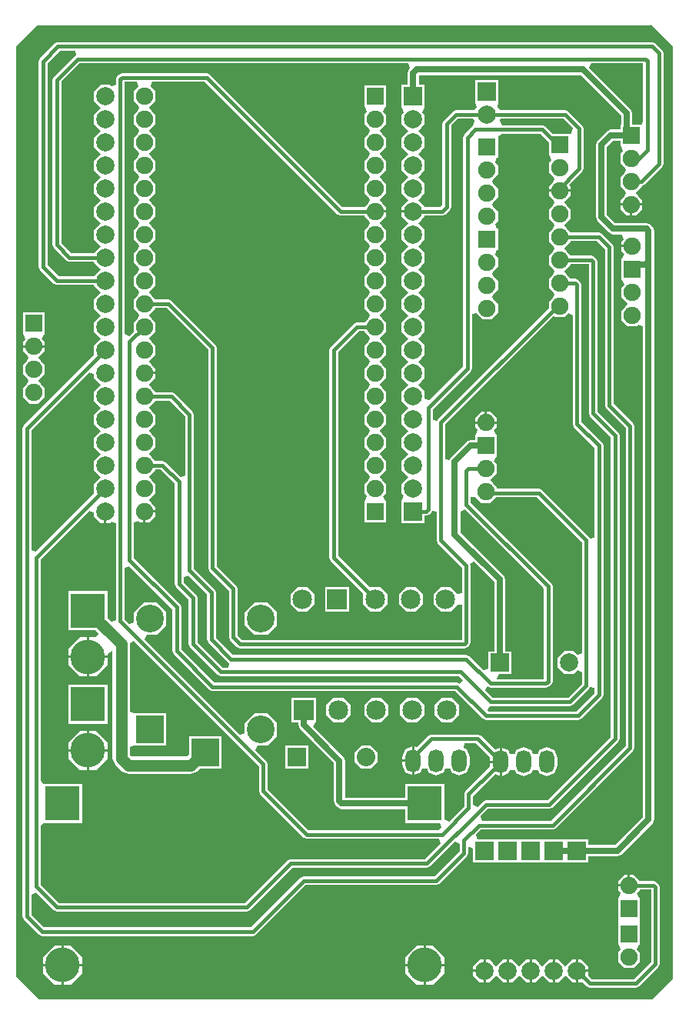
<source format=gtl>
G04*
G04 #@! TF.GenerationSoftware,Altium Limited,Altium Designer,21.3.2 (30)*
G04*
G04 Layer_Physical_Order=1*
G04 Layer_Color=255*
%FSTAX25Y25*%
%MOIN*%
G70*
G04*
G04 #@! TF.SameCoordinates,F71A3992-D9C6-49B2-A255-B3BA7863061E*
G04*
G04*
G04 #@! TF.FilePolarity,Positive*
G04*
G01*
G75*
%ADD33C,0.01500*%
%ADD34C,0.02500*%
%ADD35C,0.05000*%
%ADD36R,0.07500X0.07500*%
%ADD37C,0.07500*%
%ADD38C,0.15000*%
%ADD39R,0.15000X0.15000*%
%ADD40R,0.08000X0.08000*%
%ADD41C,0.08000*%
%ADD42C,0.12000*%
%ADD43R,0.12000X0.12000*%
%ADD44R,0.15000X0.15000*%
%ADD45R,0.08500X0.08500*%
%ADD46C,0.08500*%
%ADD47R,0.07500X0.07500*%
%ADD48C,0.07906*%
%ADD49R,0.07906X0.07906*%
%ADD50R,0.07906X0.07906*%
%ADD51O,0.06600X0.10000*%
G36*
X0287Y04155D02*
Y00115D01*
X0278Y00025D01*
X00125D01*
X00025Y00125D01*
Y04155D01*
X00115Y04245D01*
X0277D01*
X02775Y0425D01*
X0287Y04155D01*
D02*
G37*
%LPC*%
G36*
X0278Y0417394D02*
X00205D01*
X0019161Y0416839D01*
X0012661Y0410339D01*
X0012106Y0409D01*
Y032D01*
X0012661Y0318661D01*
X0018661Y0312661D01*
X002Y0312106D01*
X0036047D01*
Y0311948D01*
X0037601Y0310395D01*
X0038904Y0309D01*
X0037601Y0307605D01*
X0036047Y0306051D01*
Y0301948D01*
X0037601Y0300395D01*
X0038904Y0299D01*
X0037601Y0297605D01*
X0036047Y0296052D01*
Y0291949D01*
X0037601Y0290395D01*
X0038904Y0289D01*
X0037601Y0287605D01*
X0036047Y0286052D01*
Y0281948D01*
X0036158Y0281837D01*
X0005661Y0251339D01*
X0005106Y025D01*
Y00385D01*
X0005661Y0037161D01*
X0012229Y0030593D01*
X0013568Y0030038D01*
X0104932D01*
X0106271Y0030593D01*
X0127785Y0052106D01*
X01845D01*
X0185839Y0052661D01*
X0197839Y0064661D01*
X0198394Y0066D01*
Y0068767D01*
X0198547Y0068869D01*
X0200547Y00678D01*
Y0062047D01*
X0208547D01*
X0210453Y0062047D01*
X0212453Y0062047D01*
X0218547D01*
X0220453Y0062047D01*
X0222453Y0062047D01*
X0228547D01*
X0230453Y0062047D01*
X0232453Y0062047D01*
X0240453D01*
Y0062047D01*
X0240547D01*
Y0062047D01*
X0250453D01*
Y0064565D01*
X0263D01*
X0264722Y0065278D01*
X0278222Y0078778D01*
X0278935Y00805D01*
Y0322143D01*
Y0335621D01*
X0278222Y0337343D01*
X0277343Y0338222D01*
X0275621Y0338935D01*
X0262009D01*
X0258435Y0342509D01*
Y0371991D01*
X0261009Y0374565D01*
X026425D01*
Y037225D01*
X0264704D01*
X0265532Y037025D01*
X026425Y0368968D01*
Y0365033D01*
X0265972Y0363311D01*
X0266863Y0362D01*
X0265972Y0360689D01*
X026425Y0358967D01*
Y0355032D01*
X0265972Y0353311D01*
X0266863Y0352D01*
X0265972Y0350689D01*
X026425Y0348968D01*
Y03475D01*
X0269D01*
X027375D01*
Y0348968D01*
X0272028Y0350689D01*
X0271137Y0352D01*
X0272028Y0353311D01*
X027375Y0355032D01*
Y0355209D01*
X0274839Y0355661D01*
X0282339Y0363161D01*
X0282894Y03645D01*
Y04125D01*
X0282339Y0413839D01*
X0279339Y0416839D01*
X0278Y0417394D01*
D02*
G37*
G36*
X027375Y03465D02*
X02695D01*
Y034225D01*
X0270968D01*
X027375Y0345033D01*
Y03465D01*
D02*
G37*
G36*
X02685D02*
X026425D01*
Y0345033D01*
X0267033Y034225D01*
X02685D01*
Y03465D01*
D02*
G37*
G36*
X001475Y030025D02*
X000525D01*
Y029075D01*
X0005704D01*
X0006532Y028875D01*
X000525Y0287468D01*
Y0286D01*
X001D01*
X001475D01*
Y0287468D01*
X0013467Y028875D01*
X0014296Y029075D01*
X001475D01*
Y030025D01*
D02*
G37*
G36*
Y0285D02*
X001D01*
X000525D01*
Y0283533D01*
X0006972Y0281811D01*
X0007863Y02805D01*
X0006972Y0279189D01*
X000525Y0277467D01*
Y0273533D01*
X0006972Y0271811D01*
X0007863Y02705D01*
X0006972Y0269189D01*
X000525Y0267467D01*
Y0263532D01*
X0008032Y026075D01*
X0011968D01*
X001475Y0263532D01*
Y0267467D01*
X0013028Y0269189D01*
X0012137Y02705D01*
X0013028Y0271811D01*
X001475Y0273533D01*
Y0277467D01*
X0013028Y0279189D01*
X0012137Y02805D01*
X0013028Y0281811D01*
X001475Y0283533D01*
Y0285D01*
D02*
G37*
G36*
X02675Y005675D02*
X0266033D01*
X026325Y0053967D01*
Y00525D01*
X02675D01*
Y005675D01*
D02*
G37*
G36*
X0183021Y0026D02*
X018D01*
Y0018D01*
X0188D01*
Y0021021D01*
X0183021Y0026D01*
D02*
G37*
G36*
X0179D02*
X0175979D01*
X0171Y0021021D01*
Y0018D01*
X0179D01*
Y0026D01*
D02*
G37*
G36*
X0026021D02*
X0023D01*
Y0018D01*
X0031D01*
Y0021021D01*
X0026021Y0026D01*
D02*
G37*
G36*
X0022D02*
X0018979D01*
X0014Y0021021D01*
Y0018D01*
X0022D01*
Y0026D01*
D02*
G37*
G36*
X0225Y0019953D02*
X0223448D01*
X0221895Y0018399D01*
X02205Y0017096D01*
X0219105Y0018399D01*
X0217551Y0019953D01*
X0216D01*
Y0015D01*
Y0010047D01*
X0217551D01*
X0219105Y0011601D01*
X02205Y0012904D01*
X0221895Y0011601D01*
X0223448Y0010047D01*
X0225D01*
Y0015D01*
Y0019953D01*
D02*
G37*
G36*
X0215D02*
X0213449D01*
X0211895Y0018399D01*
X02105Y0017096D01*
X0209105Y0018399D01*
X0207552Y0019953D01*
X0206D01*
Y0015D01*
Y0010047D01*
X0207552D01*
X0209105Y0011601D01*
X02105Y0012904D01*
X0211895Y0011601D01*
X0213449Y0010047D01*
X0215D01*
Y0015D01*
Y0019953D01*
D02*
G37*
G36*
X0245D02*
X0243448D01*
X0241895Y0018399D01*
X02405Y0017096D01*
X0239105Y0018399D01*
X0237551Y0019953D01*
X0236D01*
Y0015D01*
Y0010047D01*
X0237551D01*
X0239105Y0011601D01*
X02405Y0012904D01*
X0241895Y0011601D01*
X0243448Y0010047D01*
X0245D01*
Y0015D01*
Y0019953D01*
D02*
G37*
G36*
X0235D02*
X0233449D01*
X0231895Y0018399D01*
X02305Y0017096D01*
X0229105Y0018399D01*
X0227552Y0019953D01*
X0226D01*
Y0015D01*
Y0010047D01*
X0227552D01*
X0229105Y0011601D01*
X02305Y0012904D01*
X0231895Y0011601D01*
X0233449Y0010047D01*
X0235D01*
Y0015D01*
Y0019953D01*
D02*
G37*
G36*
X0247551D02*
X0246D01*
Y00155D01*
X0250453D01*
Y0017052D01*
X0247551Y0019953D01*
D02*
G37*
G36*
X0205D02*
X0203449D01*
X0200547Y0017052D01*
Y00155D01*
X0205D01*
Y0019953D01*
D02*
G37*
G36*
X0269968Y005675D02*
X02685D01*
Y0052D01*
X0268D01*
Y00515D01*
X026325D01*
Y0050033D01*
X0264532Y004875D01*
X0263704Y004675D01*
X026325D01*
Y003775D01*
X026325Y003725D01*
Y003575D01*
X026325Y003525D01*
Y002625D01*
X0263704D01*
X0264532Y002425D01*
X026325Y0022967D01*
Y0019033D01*
X0266033Y001625D01*
X0269968D01*
X027275Y0019033D01*
Y0022967D01*
X0271467Y002425D01*
X0272296Y002625D01*
X027275D01*
Y003525D01*
X027275Y003575D01*
Y003725D01*
X027275Y003775D01*
Y004675D01*
X0272296D01*
X0271467Y004875D01*
X027275Y0050033D01*
Y0050106D01*
X0277606D01*
Y0018785D01*
X0270215Y0011394D01*
X0251785D01*
X0250342Y0012837D01*
X0250453Y0012948D01*
Y00145D01*
X0246D01*
Y0010047D01*
X0247551D01*
X0247663Y0010159D01*
X0249661Y0008161D01*
X0251Y0007606D01*
X0271D01*
X0272339Y0008161D01*
X0280839Y0016661D01*
X0281394Y0018D01*
Y0051121D01*
X0280839Y0052461D01*
X0279961Y0053339D01*
X0278621Y0053894D01*
X027275D01*
Y0053967D01*
X0269968Y005675D01*
D02*
G37*
G36*
X0205Y00145D02*
X0200547D01*
Y0012948D01*
X0203449Y0010047D01*
X0205D01*
Y00145D01*
D02*
G37*
G36*
X0188Y0017D02*
X018D01*
Y0009D01*
X0183021D01*
X0188Y0013979D01*
Y0017D01*
D02*
G37*
G36*
X0179D02*
X0171D01*
Y0013979D01*
X0175979Y0009D01*
X0179D01*
Y0017D01*
D02*
G37*
G36*
X0031D02*
X0023D01*
Y0009D01*
X0026021D01*
X0031Y0013979D01*
Y0017D01*
D02*
G37*
G36*
X0022D02*
X0014D01*
Y0013979D01*
X0018979Y0009D01*
X0022D01*
Y0017D01*
D02*
G37*
%LPD*%
G36*
X0274106Y0383603D02*
X027375Y038175D01*
X0272106Y038175D01*
X0269435D01*
Y03865D01*
X0268722Y0388222D01*
X0250838Y0406106D01*
X0251667Y0408106D01*
X0274106D01*
Y0383603D01*
D02*
G37*
G36*
X0243833Y0379988D02*
X0243165Y0377828D01*
X024275Y037775D01*
Y037775D01*
X0234929D01*
X0231839Y0380839D01*
X02305Y0381394D01*
X021303D01*
X0211994Y0383394D01*
X0212495Y0384106D01*
X0239715D01*
X0243833Y0379988D01*
D02*
G37*
G36*
X0264565Y0385491D02*
Y038175D01*
X026425D01*
Y0379435D01*
X026D01*
X0258278Y0378722D01*
X0254278Y0374722D01*
X0253565Y0373D01*
Y03415D01*
X0254278Y0339778D01*
X0259278Y0334778D01*
X0261Y0334065D01*
X0265019D01*
X0265847Y0332065D01*
X026475Y0330967D01*
Y03295D01*
X02695D01*
Y03285D01*
X026475D01*
Y0327032D01*
X0266033Y032575D01*
X0265204Y032375D01*
X026475D01*
Y031425D01*
X0265204D01*
X0266033Y031225D01*
X026475Y0310967D01*
Y0307032D01*
X0266472Y0305311D01*
X0267363Y0304D01*
X0266472Y0302689D01*
X026475Y0300968D01*
Y0297032D01*
X0267532Y029425D01*
X0271467D01*
X0272217Y0294999D01*
X0274065Y0294234D01*
Y0081509D01*
X0261991Y0069435D01*
X0250453D01*
Y0071953D01*
X0240547D01*
Y0071953D01*
X0240453D01*
Y0071953D01*
X0232453D01*
X0230547Y0071953D01*
X0228547Y0071953D01*
X0222453D01*
X0220547Y0071953D01*
X0218547Y0071953D01*
X0212453D01*
X0210547Y0071953D01*
X0208547Y0071953D01*
X020246D01*
X0201631Y0073953D01*
X0203785Y0076106D01*
X0235D01*
X0236339Y0076661D01*
X0269839Y0110161D01*
X0270394Y01115D01*
Y0251D01*
X0269839Y0252339D01*
X0261394Y0260785D01*
Y03285D01*
X0260839Y0329839D01*
X0256339Y0334339D01*
X0255Y0334894D01*
X024275D01*
Y0334967D01*
X0241028Y0336689D01*
X0240137Y0338D01*
X0241028Y0339311D01*
X024275Y0341033D01*
Y0344968D01*
X0241028Y0346689D01*
X0240137Y0348D01*
X0241028Y0349311D01*
X024275Y0351032D01*
Y03525D01*
X0238D01*
X023325D01*
Y0351032D01*
X0234972Y0349311D01*
X0235863Y0348D01*
X0234972Y0346689D01*
X023325Y0344968D01*
Y0341033D01*
X0234972Y0339311D01*
X0235863Y0338D01*
X0234972Y0336689D01*
X023325Y0334967D01*
Y0331032D01*
X0234972Y0329311D01*
X0235863Y0328D01*
X0234972Y0326689D01*
X023325Y0324968D01*
Y0321033D01*
X0234972Y0319311D01*
X0235863Y0318D01*
X0234972Y0316689D01*
X023325Y0314967D01*
Y0311033D01*
X0234972Y0309311D01*
X0235863Y0308D01*
X0234972Y0306689D01*
X023325Y0304967D01*
Y0301929D01*
X0185161Y0253839D01*
X0184894Y0253196D01*
X0182894Y0253594D01*
Y0258215D01*
X0199339Y0274661D01*
X0199894Y0276D01*
Y0299684D01*
X0201894Y0299888D01*
X0204533Y029725D01*
X0208468D01*
X021125Y0300032D01*
Y0303967D01*
X0209528Y0305689D01*
X0208637Y0307D01*
X0209528Y0308311D01*
X021125Y0310033D01*
Y0313967D01*
X0209528Y0315689D01*
X0208637Y0317D01*
X0209528Y0318311D01*
X021125Y0320033D01*
Y0323968D01*
X0209967Y032525D01*
X0210796Y032725D01*
X021125D01*
Y033675D01*
X0210796D01*
X0209967Y033875D01*
X021125Y0340033D01*
Y0343968D01*
X0209528Y0345689D01*
X0208637Y0347D01*
X0209528Y0348311D01*
X021125Y0350032D01*
Y0353967D01*
X0209528Y0355689D01*
X0208637Y0357D01*
X0209528Y0358311D01*
X021125Y0360033D01*
Y0363967D01*
X0209967Y036525D01*
X0210796Y036725D01*
X021125D01*
Y0375606D01*
X021125Y037675D01*
X0212895Y0377606D01*
X0229715D01*
X023325Y0374071D01*
Y036825D01*
X0233704D01*
X0234532Y036625D01*
X023325Y0364967D01*
Y0361033D01*
X0234972Y0359311D01*
X0235863Y0358D01*
X0234972Y0356689D01*
X023325Y0354967D01*
Y03535D01*
X0238D01*
X024275D01*
Y0354967D01*
X0242198Y0355519D01*
X0247839Y0361161D01*
X0248394Y03625D01*
Y038D01*
X0247839Y0381339D01*
X0241839Y0387339D01*
X02405Y0387894D01*
X0211917D01*
X0210964Y038918D01*
X0211453Y0391047D01*
X0211453D01*
Y0400953D01*
X0201547D01*
Y0391047D01*
X0201547D01*
X0202036Y038918D01*
X0201083Y0387894D01*
X0193D01*
X0191661Y0387339D01*
X0187661Y0383339D01*
X0187106Y0382D01*
Y0346785D01*
X0186215Y0345894D01*
X0179453D01*
Y0346052D01*
X0177899Y0347605D01*
X0176596Y0349D01*
X0177899Y0350395D01*
X0179453Y0351948D01*
Y0356051D01*
X0177899Y0357605D01*
X0176596Y0359D01*
X0177899Y0360395D01*
X0179453Y0361948D01*
Y0366052D01*
X0177899Y0367605D01*
X0176596Y0369D01*
X0177899Y0370395D01*
X0179453Y0371949D01*
Y0376051D01*
X0177899Y0377605D01*
X0176596Y0379D01*
X0177899Y0380395D01*
X0179453Y0381948D01*
Y0386052D01*
X0178457Y0387047D01*
X0179285Y0389047D01*
X0179453D01*
Y0398953D01*
X0176935D01*
Y0403027D01*
X0176973Y0403065D01*
X0246991D01*
X0264565Y0385491D01*
D02*
G37*
G36*
X0028304Y0411606D02*
X0027661Y0411339D01*
X0018661Y0402339D01*
X0018106Y0401D01*
Y03295D01*
X0018661Y0328161D01*
X0024161Y0322661D01*
X00255Y0322106D01*
X0036047D01*
Y0321949D01*
X0037601Y0320395D01*
X0038904Y0319D01*
X0037601Y0317605D01*
X0036047Y0316052D01*
Y0315894D01*
X0020785D01*
X0015894Y0320785D01*
Y0408215D01*
X0021285Y0413606D01*
X0027906D01*
X0028304Y0411606D01*
D02*
G37*
G36*
X0243606Y029906D02*
Y0252D01*
X0244161Y0250661D01*
X0253106Y0241715D01*
Y0202594D01*
X0251117Y020217D01*
X0250839Y0202839D01*
X0230339Y0223339D01*
X0229Y0223894D01*
X021075D01*
Y0224467D01*
X0209028Y0226189D01*
X0208137Y02275D01*
X0209028Y0228811D01*
X021075Y0230533D01*
Y0234468D01*
X0209468Y023575D01*
X0210296Y023775D01*
X021075D01*
Y024725D01*
X0210296D01*
X0209468Y024925D01*
X021075Y0250533D01*
Y0252D01*
X0206D01*
X020125D01*
Y0250533D01*
X0202533Y024925D01*
X0201704Y024725D01*
X020125D01*
Y0244935D01*
X01995D01*
X0197778Y0244222D01*
X0190778Y0237222D01*
X0190394Y0236296D01*
X0188394Y0236694D01*
Y0251715D01*
X0235481Y0298802D01*
X0236033Y029825D01*
X0239967D01*
X0241606Y0299888D01*
X0243606Y029906D01*
D02*
G37*
G36*
X0055388Y0398106D02*
X005325Y0395968D01*
Y0392033D01*
X0054972Y0390311D01*
X0055863Y0389D01*
X0054972Y0387689D01*
X005325Y0385967D01*
Y0382032D01*
X0054972Y0380311D01*
X0055863Y0379D01*
X0054972Y0377689D01*
X005325Y0375968D01*
Y0372032D01*
X0054972Y0370311D01*
X0055863Y0369D01*
X0054972Y0367689D01*
X005325Y0365967D01*
Y0362033D01*
X0054972Y0360311D01*
X0055863Y0359D01*
X0054972Y0357689D01*
X005325Y0355967D01*
Y0352032D01*
X0054972Y0350311D01*
X0055863Y0349D01*
X0054972Y0347689D01*
X005325Y0345968D01*
Y0342033D01*
X0054972Y0340311D01*
X0055863Y0339D01*
X0054972Y0337689D01*
X005325Y0335967D01*
Y0332032D01*
X0054972Y0330311D01*
X0055863Y0329D01*
X0054972Y0327689D01*
X005325Y0325968D01*
Y0322032D01*
X0054972Y0320311D01*
X0055863Y0319D01*
X0054972Y0317689D01*
X005325Y0315967D01*
Y0312033D01*
X0054972Y0310311D01*
X0055863Y0309D01*
X0054972Y0307689D01*
X005325Y0305967D01*
Y0302032D01*
X0054972Y0300311D01*
X0055863Y0299D01*
X0054972Y0297689D01*
X005325Y0295968D01*
Y0292033D01*
X0053302Y0291981D01*
X0051394Y0290073D01*
X0049394Y0290901D01*
Y0400106D01*
X005456D01*
X0055388Y0398106D01*
D02*
G37*
G36*
X0201083Y0383175D02*
X0200334Y0380911D01*
X0200161Y0380839D01*
X0196661Y0377339D01*
X0196106Y0376D01*
Y0276785D01*
X0181453Y0262132D01*
X0179453Y026296D01*
Y0266052D01*
X0177899Y0267605D01*
X0176596Y0269D01*
X0177899Y0270395D01*
X0179453Y0271949D01*
Y0276051D01*
X0177899Y0277605D01*
X0176596Y0279D01*
X0177899Y0280395D01*
X0179453Y0281948D01*
Y0286052D01*
X0177899Y0287605D01*
X0176596Y0289D01*
X0177899Y0290395D01*
X0179453Y0291949D01*
Y0296052D01*
X0177899Y0297605D01*
X0176596Y0299D01*
X0177899Y0300395D01*
X0179453Y0301948D01*
Y0306051D01*
X0177899Y0307605D01*
X0176596Y0309D01*
X0177899Y0310395D01*
X0179453Y0311948D01*
Y0316052D01*
X0177899Y0317605D01*
X0176596Y0319D01*
X0177899Y0320395D01*
X0179453Y0321949D01*
Y0326051D01*
X0177899Y0327605D01*
X0176596Y0329D01*
X0177899Y0330395D01*
X0179453Y0331948D01*
Y0336052D01*
X0177899Y0337605D01*
X0176596Y0339D01*
X0177899Y0340395D01*
X0179453Y0341949D01*
Y0342106D01*
X0187D01*
X0188339Y0342661D01*
X0190339Y0344661D01*
X0190894Y0346D01*
Y0381215D01*
X0193785Y0384106D01*
X0200451D01*
X0201083Y0383175D01*
D02*
G37*
G36*
X0075606Y0255215D02*
Y0229701D01*
X0073606Y0228873D01*
X0067139Y0235339D01*
X00658Y0235894D01*
X006275D01*
Y0235967D01*
X0061028Y0237689D01*
X0060137Y0239D01*
X0061028Y0240311D01*
X006275Y0242033D01*
Y0245968D01*
X0061028Y0247689D01*
X0060137Y0249D01*
X0061028Y0250311D01*
X006275Y0252032D01*
Y0255967D01*
X0061028Y0257689D01*
X0060137Y0259D01*
X0061028Y0260311D01*
X0062602Y0261885D01*
X0068936D01*
X0075606Y0255215D01*
D02*
G37*
G36*
X0173126Y0406106D02*
X0172778Y0405758D01*
X0172065Y0404036D01*
Y0398953D01*
X0169547D01*
Y0389047D01*
X0169715D01*
X0170543Y0387047D01*
X0169547Y0386052D01*
Y0381948D01*
X0171101Y0380395D01*
X0172404Y0379D01*
X0171101Y0377605D01*
X0169547Y0376051D01*
Y0371949D01*
X0171101Y0370395D01*
X0172404Y0369D01*
X0171101Y0367605D01*
X0169547Y0366052D01*
Y0361948D01*
X0171101Y0360395D01*
X0172404Y0359D01*
X0171101Y0357605D01*
X0169547Y0356051D01*
Y0351948D01*
X0171101Y0350395D01*
X0172404Y0349D01*
X0171101Y0347605D01*
X0169547Y0346052D01*
Y03445D01*
X01745D01*
Y03435D01*
X0169547D01*
Y0341949D01*
X0171101Y0340395D01*
X0172404Y0339D01*
X0171101Y0337605D01*
X0169547Y0336052D01*
Y0331948D01*
X0171101Y0330395D01*
X0172404Y0329D01*
X0171101Y0327605D01*
X0169547Y0326051D01*
Y0321949D01*
X0171101Y0320395D01*
X0172404Y0319D01*
X0171101Y0317605D01*
X0169547Y0316052D01*
Y0311948D01*
X0171101Y0310395D01*
X0172404Y0309D01*
X0171101Y0307605D01*
X0169547Y0306051D01*
Y0301948D01*
X0171101Y0300395D01*
X0172404Y0299D01*
X0171101Y0297605D01*
X0169547Y0296052D01*
Y0291949D01*
X0171101Y0290395D01*
X0172404Y0289D01*
X0171101Y0287605D01*
X0169547Y0286052D01*
Y0281948D01*
X0171101Y0280395D01*
X0172404Y0279D01*
X0171101Y0277605D01*
X0169547Y0276051D01*
Y0271949D01*
X0171101Y0270395D01*
X0172404Y0269D01*
X0171101Y0267605D01*
X0169547Y0266052D01*
Y0261948D01*
X0171101Y0260395D01*
X0172404Y0259D01*
X0171101Y0257605D01*
X0169547Y0256051D01*
Y0251948D01*
X0171101Y0250395D01*
X0172404Y0249D01*
X0171101Y0247605D01*
X0169547Y0246052D01*
Y0241949D01*
X0171101Y0240395D01*
X0172404Y0239D01*
X0171101Y0237605D01*
X0169547Y0236052D01*
Y0231948D01*
X0171101Y0230395D01*
X0172404Y0229D01*
X0171101Y0227605D01*
X0169547Y0226051D01*
Y0221949D01*
X0170543Y0220953D01*
X0169715Y0218953D01*
X0169547D01*
Y0209047D01*
X0179453D01*
Y0212106D01*
X0180121D01*
X0181461Y0212661D01*
X0182339Y0213539D01*
X0182606Y0214182D01*
X0184606Y0213785D01*
Y02015D01*
X0185161Y0200161D01*
X0195606Y0189715D01*
Y0178523D01*
X0193606Y0178319D01*
X0190675Y018125D01*
X0186325D01*
X018325Y0178175D01*
Y0173825D01*
X0186325Y017075D01*
X0190675D01*
X0193606Y0173681D01*
X0195606Y0173477D01*
Y0158394D01*
X0100285D01*
X0098394Y0160285D01*
Y01805D01*
X0097839Y0181839D01*
X0089394Y0190285D01*
Y0285D01*
X0088839Y0286339D01*
X0069839Y0305339D01*
X00685Y0305894D01*
X006275D01*
Y0305967D01*
X0061028Y0307689D01*
X0060137Y0309D01*
X0061028Y0310311D01*
X006275Y0312033D01*
Y0315967D01*
X0061028Y0317689D01*
X0060137Y0319D01*
X0061028Y0320311D01*
X006275Y0322032D01*
Y0325968D01*
X0061028Y0327689D01*
X0060137Y0329D01*
X0061028Y0330311D01*
X006275Y0332032D01*
Y0335967D01*
X0061028Y0337689D01*
X0060137Y0339D01*
X0061028Y0340311D01*
X006275Y0342033D01*
Y0345968D01*
X0061028Y0347689D01*
X0060137Y0349D01*
X0061028Y0350311D01*
X006275Y0352032D01*
Y0355967D01*
X0061028Y0357689D01*
X0060137Y0359D01*
X0061028Y0360311D01*
X006275Y0362033D01*
Y0365967D01*
X0061028Y0367689D01*
X0060137Y0369D01*
X0061028Y0370311D01*
X006275Y0372032D01*
Y0375968D01*
X0061028Y0377689D01*
X0060137Y0379D01*
X0061028Y0380311D01*
X006275Y0382032D01*
Y0385967D01*
X0061028Y0387689D01*
X0060137Y0389D01*
X0061028Y0390311D01*
X006275Y0392033D01*
Y0395968D01*
X0060612Y0398106D01*
X006144Y0400106D01*
X0084215D01*
X0141661Y0342661D01*
X0143Y0342106D01*
X015325D01*
Y0342033D01*
X0154972Y0340311D01*
X0155863Y0339D01*
X0154972Y0337689D01*
X015325Y0335967D01*
Y0332032D01*
X0154972Y0330311D01*
X0155863Y0329D01*
X0154972Y0327689D01*
X015325Y0325968D01*
Y0322032D01*
X0154972Y0320311D01*
X0155863Y0319D01*
X0154972Y0317689D01*
X015325Y0315967D01*
Y0312033D01*
X0154972Y0310311D01*
X0155863Y0309D01*
X0154972Y0307689D01*
X015325Y0305967D01*
Y0302032D01*
X0154972Y0300311D01*
X0155863Y0299D01*
X0154972Y0297689D01*
X015325Y0295968D01*
Y0295894D01*
X01502D01*
X0148861Y0295339D01*
X0138661Y0285139D01*
X0138106Y02838D01*
Y0194D01*
X0138661Y0192661D01*
X0152948Y0178373D01*
X015275Y0178175D01*
Y0173825D01*
X0155825Y017075D01*
X0160175D01*
X016325Y0173825D01*
Y0178175D01*
X0160175Y018125D01*
X0155825D01*
X0155627Y0181052D01*
X0141894Y0194785D01*
Y0283015D01*
X0150985Y0292106D01*
X015325D01*
Y0292033D01*
X0154972Y0290311D01*
X0155863Y0289D01*
X0154972Y0287689D01*
X015325Y0285967D01*
Y0282032D01*
X0154972Y0280311D01*
X0155863Y0279D01*
X0154972Y0277689D01*
X015325Y0275968D01*
Y0272032D01*
X0154972Y0270311D01*
X0155863Y0269D01*
X0154972Y0267689D01*
X015325Y0265967D01*
Y0262033D01*
X0154972Y0260311D01*
X0155863Y0259D01*
X0154972Y0257689D01*
X015325Y0255967D01*
Y0252032D01*
X0154972Y0250311D01*
X0155863Y0249D01*
X0154972Y0247689D01*
X015325Y0245968D01*
Y0242033D01*
X0154972Y0240311D01*
X0155863Y0239D01*
X0154972Y0237689D01*
X015325Y0235967D01*
Y0232032D01*
X0154972Y0230311D01*
X0155863Y0229D01*
X0154972Y0227689D01*
X015325Y0225968D01*
Y0222032D01*
X0154533Y022075D01*
X0153704Y021875D01*
X015325D01*
Y020925D01*
X016275D01*
Y021875D01*
X0162296D01*
X0161468Y022075D01*
X016275Y0222032D01*
Y0225968D01*
X0161028Y0227689D01*
X0160137Y0229D01*
X0161028Y0230311D01*
X016275Y0232032D01*
Y0235967D01*
X0161028Y0237689D01*
X0160137Y0239D01*
X0161028Y0240311D01*
X016275Y0242033D01*
Y0245968D01*
X0161028Y0247689D01*
X0160137Y0249D01*
X0161028Y0250311D01*
X016275Y0252032D01*
Y0255967D01*
X0161028Y0257689D01*
X0160137Y0259D01*
X0161028Y0260311D01*
X016275Y0262033D01*
Y0265967D01*
X0161028Y0267689D01*
X0160137Y0269D01*
X0161028Y0270311D01*
X016275Y0272032D01*
Y0275968D01*
X0161028Y0277689D01*
X0160137Y0279D01*
X0161028Y0280311D01*
X016275Y0282032D01*
Y0285967D01*
X0161028Y0287689D01*
X0160137Y0289D01*
X0161028Y0290311D01*
X016275Y0292033D01*
Y0295968D01*
X0161028Y0297689D01*
X0160137Y0299D01*
X0161028Y0300311D01*
X016275Y0302032D01*
Y0305967D01*
X0161028Y0307689D01*
X0160137Y0309D01*
X0161028Y0310311D01*
X016275Y0312033D01*
Y0315967D01*
X0161028Y0317689D01*
X0160137Y0319D01*
X0161028Y0320311D01*
X016275Y0322032D01*
Y0325968D01*
X0161028Y0327689D01*
X0160137Y0329D01*
X0161028Y0330311D01*
X016275Y0332032D01*
Y0335967D01*
X0161028Y0337689D01*
X0160137Y0339D01*
X0161028Y0340311D01*
X016275Y0342033D01*
Y03435D01*
X0158D01*
Y03445D01*
X016275D01*
Y0345968D01*
X0161028Y0347689D01*
X0160137Y0349D01*
X0161028Y0350311D01*
X016275Y0352032D01*
Y0355967D01*
X0161028Y0357689D01*
X0160137Y0359D01*
X0161028Y0360311D01*
X016275Y0362033D01*
Y0365967D01*
X0161028Y0367689D01*
X0160137Y0369D01*
X0161028Y0370311D01*
X016275Y0372032D01*
Y0375968D01*
X0161028Y0377689D01*
X0160137Y0379D01*
X0161028Y0380311D01*
X016275Y0382032D01*
Y0385967D01*
X0161468Y038725D01*
X0162296Y038925D01*
X016275D01*
Y039875D01*
X015325D01*
Y038925D01*
X0153704D01*
X0154533Y038725D01*
X015325Y0385967D01*
Y0382032D01*
X0154972Y0380311D01*
X0155863Y0379D01*
X0154972Y0377689D01*
X015325Y0375968D01*
Y0372032D01*
X0154972Y0370311D01*
X0155863Y0369D01*
X0154972Y0367689D01*
X015325Y0365967D01*
Y0362033D01*
X0154972Y0360311D01*
X0155863Y0359D01*
X0154972Y0357689D01*
X015325Y0355967D01*
Y0352032D01*
X0154972Y0350311D01*
X0155863Y0349D01*
X0154972Y0347689D01*
X015325Y0345968D01*
Y0345894D01*
X0143785D01*
X0086339Y0403339D01*
X0085Y0403894D01*
X0048379D01*
X0047039Y0403339D01*
X0046161Y0402461D01*
X0045606Y0401121D01*
Y0399012D01*
X0043758Y0398246D01*
X0043051Y0398953D01*
X0038949D01*
X0036047Y0396052D01*
Y0391949D01*
X0037601Y0390395D01*
X0038904Y0389D01*
X0037601Y0387605D01*
X0036047Y0386052D01*
Y0381948D01*
X0037601Y0380395D01*
X0038904Y0379D01*
X0037601Y0377605D01*
X0036047Y0376051D01*
Y0371949D01*
X0037601Y0370395D01*
X0038904Y0369D01*
X0037601Y0367605D01*
X0036047Y0366052D01*
Y0361948D01*
X0037601Y0360395D01*
X0038904Y0359D01*
X0037601Y0357605D01*
X0036047Y0356051D01*
Y0351948D01*
X0037601Y0350395D01*
X0038904Y0349D01*
X0037601Y0347605D01*
X0036047Y0346052D01*
Y0341949D01*
X0037601Y0340395D01*
X0038904Y0339D01*
X0037601Y0337605D01*
X0036047Y0336052D01*
Y0331948D01*
X0037601Y0330395D01*
X0038904Y0329D01*
X0037601Y0327605D01*
X0036047Y0326051D01*
Y0325894D01*
X0026285D01*
X0021894Y0330285D01*
Y0400215D01*
X0029785Y0408106D01*
X0172298D01*
X0173126Y0406106D01*
D02*
G37*
G36*
X0071106Y0226015D02*
Y01825D01*
X0071661Y0181161D01*
X0077106Y0175715D01*
Y01565D01*
X0077661Y0155161D01*
X0089661Y0143161D01*
X0091Y0142606D01*
X0194215D01*
X0195936Y0140885D01*
X0194839Y0139339D01*
X01935Y0139894D01*
X0088285D01*
X0073894Y0154285D01*
Y01725D01*
X0073339Y0173839D01*
X0053394Y0193785D01*
Y0209275D01*
X0055242Y021004D01*
X0056033Y020925D01*
X00575D01*
Y0214D01*
X0058D01*
Y02145D01*
X006275D01*
Y0215967D01*
X0061028Y0217689D01*
X0060137Y0219D01*
X0061028Y0220311D01*
X006275Y0222032D01*
Y0225968D01*
X0061028Y0227689D01*
X0060137Y0229D01*
X0061028Y0230311D01*
X006275Y0232032D01*
Y0232106D01*
X0065015D01*
X0071106Y0226015D01*
D02*
G37*
G36*
X0036047Y027354D02*
Y0271949D01*
X0037601Y0270395D01*
X0038904Y0269D01*
X0037601Y0267605D01*
X0036047Y0266052D01*
Y0261948D01*
X0037601Y0260395D01*
X0038904Y0259D01*
X0037601Y0257605D01*
X0036047Y0256051D01*
Y0251948D01*
X0037601Y0250395D01*
X0038904Y0249D01*
X0037601Y0247605D01*
X0036047Y0246052D01*
Y0241949D01*
X0037601Y0240395D01*
X0038904Y0239D01*
X0037601Y0237605D01*
X0036047Y0236052D01*
Y0231948D01*
X0037601Y0230395D01*
X0038904Y0229D01*
X0037601Y0227605D01*
X0036047Y0226051D01*
Y0221949D01*
X0036158Y0221837D01*
X0010894Y0196573D01*
X0008894Y0197401D01*
Y0249215D01*
X0034047Y0274369D01*
X0036047Y027354D01*
D02*
G37*
G36*
Y021354D02*
Y0211948D01*
X0038949Y0209047D01*
X00405D01*
Y0214D01*
X00415D01*
Y0209047D01*
X0043051D01*
X0043758Y0209754D01*
X0045606Y0208988D01*
Y016708D01*
X0043866Y0166123D01*
X0043758Y01661D01*
X0042Y0167858D01*
Y01795D01*
X0025D01*
Y01625D01*
X0036642D01*
X0038082Y016106D01*
X0036814Y01595D01*
X0034D01*
Y01515D01*
X0042D01*
Y0152372D01*
X0044Y0153635D01*
X0044212Y0153534D01*
Y0106929D01*
X0045321Y010425D01*
X004825Y0101321D01*
X0050929Y0100212D01*
X0078071D01*
X008075Y0101321D01*
X0081929Y01025D01*
X00915D01*
Y01165D01*
X00775D01*
Y0108786D01*
X0076502Y0107788D01*
X0052498D01*
X0051788Y0108498D01*
Y0111804D01*
X00535Y01125D01*
X0053788Y01125D01*
X00675D01*
Y01265D01*
X0053788D01*
X00535Y01265D01*
X0051788Y0127196D01*
Y01565D01*
X0051644Y0156849D01*
X0053339Y0157982D01*
X0107606Y0103715D01*
Y0092879D01*
X0108161Y0091539D01*
X0127039Y0072661D01*
X0128379Y0072106D01*
X0185599D01*
X0186427Y0070106D01*
X0179715Y0063394D01*
X01215D01*
X0120161Y0062839D01*
X0101715Y0044394D01*
X0020785D01*
X0012894Y0052285D01*
Y0077458D01*
X0014Y0079D01*
X0014894Y0079D01*
X0031D01*
Y0096D01*
X0014894D01*
X0014Y0096D01*
X0012894Y0097542D01*
Y0193215D01*
X0034047Y0214369D01*
X0036047Y021354D01*
D02*
G37*
G36*
X0204032Y021775D02*
X0207967D01*
X0210323Y0220106D01*
X0228215D01*
X0247606Y0200715D01*
Y0152727D01*
X0245606Y0151898D01*
X0244052Y0153453D01*
X0239949D01*
X0237047Y0150551D01*
Y0146449D01*
X0239949Y0143547D01*
X0244052D01*
X0245606Y0145102D01*
X0247606Y0144273D01*
Y0139391D01*
X0241609Y0133394D01*
X0208785D01*
X0205564Y0136615D01*
X0206661Y0138161D01*
X0208Y0137606D01*
X0232121D01*
X0233461Y0138161D01*
X0234339Y0139039D01*
X0234894Y0140379D01*
Y01815D01*
X0234339Y0182839D01*
X0199394Y0217785D01*
Y0220184D01*
X0201394Y0220388D01*
X0204032Y021775D01*
D02*
G37*
G36*
X0085106Y0178215D02*
Y01585D01*
X0085661Y0157161D01*
X0094161Y0148661D01*
X0094804Y0148394D01*
X0094406Y0146394D01*
X0091785D01*
X0080894Y0157285D01*
Y01765D01*
X0080339Y0177839D01*
X0074894Y0183285D01*
Y0185599D01*
X0076894Y0186427D01*
X0085106Y0178215D01*
D02*
G37*
G36*
X0085606Y0284215D02*
Y01895D01*
X0086161Y0188161D01*
X0094606Y0179715D01*
Y01595D01*
X0095161Y0158161D01*
X0098161Y0155161D01*
X00995Y0154606D01*
X0196621D01*
X0197961Y0155161D01*
X0198839Y0156039D01*
X0199394Y0157379D01*
Y01905D01*
X0199117Y019117D01*
X0200854Y0192202D01*
X0209565Y0183491D01*
Y0153403D01*
X0207047D01*
Y014596D01*
X0205047Y0145132D01*
X0198839Y0151339D01*
X01975Y0151894D01*
X0096285D01*
X0088894Y0159285D01*
Y0179D01*
X0088339Y0180339D01*
X0079394Y0189285D01*
Y0256D01*
X0078839Y0257339D01*
X007106Y0265119D01*
X0069721Y0265673D01*
X006275D01*
Y0265967D01*
X0061028Y0267689D01*
X0060137Y0269D01*
X0061028Y0270311D01*
X006275Y0272032D01*
Y02735D01*
X0058D01*
Y02745D01*
X006275D01*
Y0275968D01*
X0061028Y0277689D01*
X0060137Y0279D01*
X0061028Y0280311D01*
X006275Y0282032D01*
Y0285967D01*
X0061028Y0287689D01*
X0060137Y0289D01*
X0061028Y0290311D01*
X006275Y0292033D01*
Y0295968D01*
X0061028Y0297689D01*
X0060137Y0299D01*
X0061028Y0300311D01*
X006275Y0302032D01*
Y0302106D01*
X0067715D01*
X0085606Y0284215D01*
D02*
G37*
G36*
X0231106Y0180715D02*
Y0141394D01*
X0210804D01*
X0210735Y0141497D01*
X0211804Y0143497D01*
X0216953D01*
Y0153403D01*
X0214435D01*
Y01845D01*
X0213722Y0186222D01*
X0194935Y0205009D01*
Y0214057D01*
X0196935Y0214886D01*
X0231106Y0180715D01*
D02*
G37*
G36*
X0253106Y0137513D02*
Y0135285D01*
X0245215Y0127394D01*
X0207094D01*
X0206608Y0128018D01*
X020786Y0129664D01*
X0208Y0129606D01*
X0242393D01*
X0243733Y0130161D01*
X0250839Y0137267D01*
X0251106Y013791D01*
X0253106Y0137513D01*
D02*
G37*
G36*
X0250606Y0256466D02*
X0251161Y0255127D01*
X0260106Y0246181D01*
Y0116285D01*
X0232715Y0088894D01*
X0206D01*
X0204661Y0088339D01*
X0202369Y0086048D01*
X0200369Y0086877D01*
Y0090691D01*
X0209901Y0100222D01*
X0212Y0099353D01*
Y0105D01*
X0207846D01*
Y01038D01*
X0207915Y0103634D01*
X0207886Y0103565D01*
X0197136Y0092815D01*
X0196581Y0091475D01*
Y008626D01*
X019Y0079679D01*
X0188Y0080507D01*
Y0096D01*
X0171D01*
Y0089935D01*
X0144935D01*
Y0106D01*
X0144222Y0107722D01*
X0131194Y012075D01*
X0132023Y012275D01*
X013225D01*
Y013325D01*
X012175D01*
Y012275D01*
X0124565D01*
Y01215D01*
X0125278Y0119778D01*
X0140065Y0104991D01*
Y00885D01*
X0140778Y0086778D01*
X0141778Y0085778D01*
X01435Y0085065D01*
X0171D01*
Y0079D01*
X0185952D01*
X0186782Y007712D01*
X0185814Y0075894D01*
X0129163D01*
X0111394Y0093663D01*
Y01045D01*
X0110839Y0105839D01*
X0106179Y01105D01*
X0107007Y01125D01*
X0111399D01*
X01155Y0116601D01*
Y0122399D01*
X0111399Y01265D01*
X0105601D01*
X01015Y0122399D01*
Y0118007D01*
X00995Y0117179D01*
X0058179Y01585D01*
X0059007Y01605D01*
X0063399D01*
X00675Y0164601D01*
Y0170399D01*
X0063399Y01745D01*
X00576D01*
X00535Y0170399D01*
Y0166007D01*
X00515Y0165179D01*
X0049394Y0167285D01*
Y0189599D01*
X0051394Y0190427D01*
X0070106Y0171715D01*
Y01535D01*
X0070661Y0152161D01*
X0086161Y0136661D01*
X00875Y0136106D01*
X0192715D01*
X0204661Y0124161D01*
X0206Y0123606D01*
X0246D01*
X0247339Y0124161D01*
X0256339Y0133161D01*
X0256894Y01345D01*
Y02425D01*
X0256339Y0243839D01*
X0247394Y0252785D01*
Y0312121D01*
X0246839Y0313461D01*
X0245961Y0314339D01*
X0244621Y0314894D01*
X024275D01*
Y0314967D01*
X0241028Y0316689D01*
X0240137Y0318D01*
X0241028Y0319311D01*
X024275Y0321033D01*
Y0321106D01*
X0250606D01*
Y0256466D01*
D02*
G37*
G36*
X0257606Y0327715D02*
Y026D01*
X0258161Y0258661D01*
X0266606Y0250215D01*
Y0112285D01*
X0234215Y0079894D01*
X0204401D01*
X0203573Y0081894D01*
X0206785Y0085106D01*
X02335D01*
X0234839Y0085661D01*
X0263339Y0114161D01*
X0263894Y01155D01*
Y0246966D01*
X0263339Y0248305D01*
X0254394Y0257251D01*
Y0322121D01*
X0253839Y0323461D01*
X0252961Y0324339D01*
X0251621Y0324894D01*
X024275D01*
Y0324968D01*
X0241028Y0326689D01*
X0240137Y0328D01*
X0241028Y0329311D01*
X024275Y0331032D01*
Y0331106D01*
X0254215D01*
X0257606Y0327715D01*
D02*
G37*
G36*
X0194606Y0070099D02*
Y0066785D01*
X0183715Y0055894D01*
X0127D01*
X0125661Y0055339D01*
X0104147Y0033826D01*
X0014353D01*
X0008894Y0039285D01*
Y0048099D01*
X0010894Y0048927D01*
X0018661Y0041161D01*
X002Y0040606D01*
X01025D01*
X0103839Y0041161D01*
X0122285Y0059606D01*
X01805D01*
X0181839Y0060161D01*
X0192606Y0070927D01*
X0194606Y0070099D01*
D02*
G37*
%LPC*%
G36*
X0207967Y025725D02*
X02065D01*
Y0253D01*
X021075D01*
Y0254468D01*
X0207967Y025725D01*
D02*
G37*
G36*
X02055D02*
X0204032D01*
X020125Y0254468D01*
Y0253D01*
X02055D01*
Y025725D01*
D02*
G37*
G36*
X0175675Y018125D02*
X0171325D01*
X016825Y0178175D01*
Y0173825D01*
X0171325Y017075D01*
X0175675D01*
X017875Y0173825D01*
Y0178175D01*
X0175675Y018125D01*
D02*
G37*
G36*
X014675D02*
X013625D01*
Y017075D01*
X014675D01*
Y018125D01*
D02*
G37*
G36*
X0128675D02*
X0124325D01*
X012125Y0178175D01*
Y0173825D01*
X0124325Y017075D01*
X0128675D01*
X013175Y0173825D01*
Y0178175D01*
X0128675Y018125D01*
D02*
G37*
G36*
X0111399Y01745D02*
X0105601D01*
X01015Y0170399D01*
Y0164601D01*
X0105601Y01605D01*
X0111399D01*
X01155Y0164601D01*
Y0170399D01*
X0111399Y01745D01*
D02*
G37*
G36*
X006275Y02135D02*
X00585D01*
Y020925D01*
X0059967D01*
X006275Y0212033D01*
Y02135D01*
D02*
G37*
G36*
X0033Y01595D02*
X0029979D01*
X0025Y0154521D01*
Y01515D01*
X0033D01*
Y01595D01*
D02*
G37*
G36*
X0042Y01505D02*
X0034D01*
Y01425D01*
X0037021D01*
X0042Y0147479D01*
Y01505D01*
D02*
G37*
G36*
X0033D02*
X0025D01*
Y0147479D01*
X0029979Y01425D01*
X0033D01*
Y01505D01*
D02*
G37*
G36*
X0042Y0139D02*
X0025D01*
Y0122D01*
X0042D01*
Y0139D01*
D02*
G37*
G36*
X0037021Y0119D02*
X0034D01*
Y0111D01*
X0042D01*
Y0114021D01*
X0037021Y0119D01*
D02*
G37*
G36*
X0033D02*
X0029979D01*
X0025Y0114021D01*
Y0111D01*
X0033D01*
Y0119D01*
D02*
G37*
G36*
X0042Y011D02*
X0034D01*
Y0102D01*
X0037021D01*
X0042Y0106979D01*
Y011D01*
D02*
G37*
G36*
X0033D02*
X0025D01*
Y0106979D01*
X0029979Y0102D01*
X0033D01*
Y011D01*
D02*
G37*
G36*
X0191175Y013325D02*
X0186825D01*
X018375Y0130175D01*
Y0125825D01*
X0186825Y012275D01*
X0191175D01*
X019425Y0125825D01*
Y0130175D01*
X0191175Y013325D01*
D02*
G37*
G36*
X0176175D02*
X0171825D01*
X016875Y0130175D01*
Y0125825D01*
X0171825Y012275D01*
X0176175D01*
X017925Y0125825D01*
Y0130175D01*
X0176175Y013325D01*
D02*
G37*
G36*
X0160675D02*
X0156325D01*
X015325Y0130175D01*
Y0125825D01*
X0156325Y012275D01*
X0160675D01*
X016375Y0125825D01*
Y0130175D01*
X0160675Y013325D01*
D02*
G37*
G36*
X0144175D02*
X0139825D01*
X013675Y0130175D01*
Y0125825D01*
X0139825Y012275D01*
X0144175D01*
X014725Y0125825D01*
Y0130175D01*
X0144175Y013325D01*
D02*
G37*
G36*
X02325Y0111854D02*
X0229209Y0110491D01*
X0228582Y0108978D01*
X0226418D01*
X0225791Y0110491D01*
X02225Y0111854D01*
X0219209Y0110491D01*
X0218582Y0108978D01*
X0216418D01*
X0215791Y0110491D01*
X0213Y0111647D01*
Y01055D01*
Y0099353D01*
X0215791Y0100509D01*
X0216418Y0102022D01*
X0218582D01*
X0219209Y0100509D01*
X02225Y0099146D01*
X0225791Y0100509D01*
X0226418Y0102022D01*
X0228582D01*
X0229209Y0100509D01*
X02325Y0099146D01*
X0235791Y0100509D01*
X0237154Y01038D01*
Y01072D01*
X0235791Y0110491D01*
X02325Y0111854D01*
D02*
G37*
G36*
X0174Y0112147D02*
X0171209Y0110991D01*
X0169846Y01077D01*
Y01065D01*
X0174D01*
Y0112147D01*
D02*
G37*
G36*
X02025Y0117394D02*
X01823D01*
X0180961Y0116839D01*
X0175897Y0111776D01*
X0175Y0112147D01*
Y0106D01*
Y0099853D01*
X0177791Y0101009D01*
X0178418Y0102522D01*
X0180582D01*
X0181209Y0101009D01*
X01845Y0099646D01*
X0187791Y0101009D01*
X0188418Y0102522D01*
X0190582D01*
X0191209Y0101009D01*
X01945Y0099646D01*
X0197791Y0101009D01*
X0199154Y01043D01*
Y01077D01*
X0197791Y0110991D01*
X0196307Y0111606D01*
X0196705Y0113606D01*
X0201715D01*
X0207926Y0107395D01*
X0207846Y01072D01*
Y0106D01*
X0212D01*
Y0111647D01*
X0209901Y0110778D01*
X0203839Y0116839D01*
X02025Y0117394D01*
D02*
G37*
G36*
X0156071Y01125D02*
X0151929D01*
X0149Y0109571D01*
Y0105429D01*
X0151929Y01025D01*
X0156071D01*
X0159Y0105429D01*
Y0109571D01*
X0156071Y01125D01*
D02*
G37*
G36*
X0129D02*
X0119D01*
Y01025D01*
X0129D01*
Y01125D01*
D02*
G37*
G36*
X0174Y01055D02*
X0169846D01*
Y01043D01*
X0171209Y0101009D01*
X0174Y0099853D01*
Y01055D01*
D02*
G37*
%LPD*%
D33*
X0048379Y0402D02*
X0085D01*
X00475Y01665D02*
X01095Y01045D01*
X00475Y01665D02*
Y0401121D01*
X0048379Y0402D01*
X0143Y0344D02*
X0158D01*
X0085Y0402D02*
X0143Y0344D01*
X0238Y0323D02*
X0251621D01*
X0237D02*
X0238D01*
X0206Y0222D02*
X0229D01*
X0058Y0263779D02*
X0069721D01*
X0237Y0353D02*
X02465Y03625D01*
X00515Y0193D02*
Y02875D01*
X0058Y0294D01*
X00685Y0304D02*
X00875Y0285D01*
X0058Y0304D02*
X00685D01*
X01502Y0294D02*
X0158D01*
X02795Y0018D02*
Y0051121D01*
X0278621Y0052D02*
X02795Y0051121D01*
X0081659Y01095D02*
X00845D01*
X0072Y01535D02*
X00875Y0138D01*
X0079Y01565D02*
X0091Y01445D01*
X0195D01*
X00955Y015D02*
X01975D01*
X00875Y0138D02*
X01935D01*
X01975Y0217D02*
X0233Y01815D01*
X02455Y0252D02*
X0255Y02425D01*
X02525Y0256466D02*
X0262Y0246966D01*
X02595Y026D02*
X02685Y0251D01*
Y01115D02*
Y0251D01*
X0198475Y0085475D02*
Y0091475D01*
X0209226Y0102226D01*
X0127Y0054D02*
X01845D01*
X01965Y0066D01*
Y00715D01*
X0128379Y0074D02*
X0187D01*
X01805Y00615D02*
X0206Y0087D01*
X01965Y00715D02*
X0203Y0078D01*
X0187Y0074D02*
X0198475Y0085475D01*
X0209226Y0102226D02*
X0209545D01*
X02125Y010518D01*
Y01055D01*
X0209824Y0108176D02*
X0210144D01*
X02125Y01055D02*
Y010582D01*
X01823Y01155D02*
X02025D01*
X01745Y01077D02*
X01823Y01155D01*
X02025D02*
X0209824Y0108176D01*
X01745Y0106D02*
Y01077D01*
X0210144Y0108176D02*
X02125Y010582D01*
X0268Y0052D02*
X0278621D01*
X0206Y0087D02*
X02335D01*
X0206Y01255D02*
X0246D01*
X02335Y0087D02*
X0262Y01155D01*
X0235Y0078D02*
X02685Y01115D01*
X0203Y0078D02*
X0235D01*
X0011Y00515D02*
X002Y00425D01*
X01025D01*
X0104932Y0031932D02*
X0127Y0054D01*
X01025Y00425D02*
X01215Y00615D01*
X01805D01*
X01095Y0092879D02*
X0128379Y0074D01*
X01095Y0092879D02*
Y01045D01*
X01745Y0214D02*
X0180121D01*
X0181Y0214879D01*
X01865Y02015D02*
Y02525D01*
X0181Y0214879D02*
Y0259D01*
X0251Y00095D02*
X0271D01*
X02455Y0015D02*
X0251Y00095D01*
X0271D02*
X02795Y0018D01*
X0225Y00145D02*
X02255Y0015D01*
X014Y02838D02*
X01502Y0294D01*
X00205Y04155D02*
X0278D01*
X0029Y041D02*
X0275121D01*
X0189Y0346D02*
Y0382D01*
X0193Y0386D01*
X02065D01*
X0198Y0376D02*
X02015Y03795D01*
X02305D01*
X01745Y0344D02*
X0187D01*
X0251621Y0323D02*
X02525Y0322121D01*
X0255Y0333D02*
X02595Y03285D01*
X0237Y0333D02*
X0255D01*
X02735Y0357D02*
X0281Y03645D01*
X0267Y0357D02*
X02735D01*
X0267Y0367D02*
X02725D01*
X0276Y03705D01*
X0278Y04155D02*
X0281Y04125D01*
X02405Y0386D02*
X02465Y038D01*
X02065Y0386D02*
X02405D01*
X0281Y03645D02*
Y04125D01*
X0276Y03705D02*
Y0409121D01*
X0275121Y041D02*
X0276Y0409121D01*
X02595Y026D02*
Y03285D01*
X02455Y0252D02*
Y0312121D01*
X02525Y0256466D02*
Y0322121D01*
X0244621Y0313D02*
X02455Y0312121D01*
X02305Y03795D02*
X0237Y0373D01*
X02465Y03625D02*
Y038D01*
X0007Y00385D02*
X0013568Y0031932D01*
X0104932D01*
X00875Y01895D02*
Y0285D01*
X014Y0194D02*
Y02838D01*
X0079Y01565D02*
Y01765D01*
X0087Y01585D02*
X00955Y015D01*
X00995Y01565D02*
X0196621D01*
X00965Y01595D02*
X00995Y01565D01*
X0087Y01585D02*
Y0179D01*
X00965Y01595D02*
Y01805D01*
X00775Y01885D02*
X0087Y0179D01*
X00875Y01895D02*
X00965Y01805D01*
X0007Y025D02*
X0041Y0284D01*
X0014Y032D02*
X002Y0314D01*
X002Y03295D02*
X00255Y0324D01*
X002Y0314D02*
X0041D01*
X00255Y0324D02*
X0041D01*
X0187Y0344D02*
X0189Y0346D01*
X0181Y0259D02*
X0198Y0276D01*
Y0376D01*
X01975Y0217D02*
Y0231621D01*
X0198379Y02325D01*
X0206D01*
X01865Y02525D02*
X0237Y0303D01*
X0238Y0313D02*
X0244621D01*
X0229Y0222D02*
X02495Y02015D01*
X0014Y032D02*
Y0409D01*
X00205Y04155D01*
X002Y03295D02*
Y0401D01*
X0029Y041D01*
X00775Y01885D02*
Y0256D01*
X00658Y0234D02*
X0073Y02268D01*
X0058Y0234D02*
X00658D01*
X0069721Y0263779D02*
X00775Y0256D01*
X014Y0194D02*
X0158Y0176D01*
X01865Y02015D02*
X01975Y01905D01*
X01935Y0138D02*
X0206Y01255D01*
X0196621Y01565D02*
X01975Y0157379D01*
Y01905D01*
X0262Y01155D02*
Y0246966D01*
X0255Y01345D02*
Y02425D01*
X0007Y00385D02*
Y025D01*
X0011Y00515D02*
Y0194D01*
X00515Y0193D02*
X0072Y01725D01*
X0073Y01825D02*
Y02268D01*
X0011Y0194D02*
X0041Y0224D01*
X01975Y015D02*
X0208Y01395D01*
X0246Y01255D02*
X0255Y01345D01*
X0208Y01315D02*
X0242393D01*
X02495Y0138607D01*
X0195Y01445D02*
X0208Y01315D01*
X0208Y01395D02*
X0232121D01*
X0233Y0140379D01*
Y01815D01*
X02495Y0138607D02*
Y02015D01*
X0073Y01825D02*
X0079Y01765D01*
X0072Y01535D02*
Y01725D01*
D34*
X0267Y0377D02*
Y03865D01*
X0127Y01215D02*
X01425Y0106D01*
X0127Y01215D02*
Y0128D01*
X01925Y0204D02*
X0212Y01845D01*
X02765Y00805D02*
Y0322143D01*
X01435Y00875D02*
X01795D01*
X024Y0067D02*
X02455D01*
X0263D01*
X02765Y00805D01*
X01925Y0204D02*
Y02355D01*
X0271473Y0320973D02*
X027533D01*
X02765Y0322143D01*
X02695Y0319D02*
X0271473Y0320973D01*
X02765Y0322143D02*
Y0335621D01*
X0275621Y03365D02*
X02765Y0335621D01*
X0261Y03365D02*
X0275621D01*
X0256Y03415D02*
X0261Y03365D01*
X0175964Y04055D02*
X0248D01*
X01745Y0394D02*
Y0404036D01*
X0175964Y04055D01*
X0256Y03415D02*
Y0373D01*
X026Y0377D01*
X0267D01*
X0248Y04055D02*
X0267Y03865D01*
X01995Y02425D02*
X0206D01*
X01925Y02355D02*
X01995Y02425D01*
X0212Y014845D02*
Y01845D01*
X01425Y00885D02*
X01435Y00875D01*
X01425Y00885D02*
Y0106D01*
D35*
X0081659Y01095D02*
X0081749Y010941D01*
X0050929Y0104D02*
X0078071D01*
X0048Y0106929D02*
X0050929Y0104D01*
X0078071D02*
X0081749Y0107678D01*
Y010941D01*
X0048Y0106929D02*
Y01565D01*
X00335Y0171D02*
X0048Y01565D01*
D36*
X0158Y0214D02*
D03*
Y0394D02*
D03*
D37*
Y0224D02*
D03*
Y0234D02*
D03*
Y0244D02*
D03*
Y0254D02*
D03*
Y0264D02*
D03*
Y0274D02*
D03*
Y0284D02*
D03*
Y0294D02*
D03*
Y0304D02*
D03*
Y0314D02*
D03*
Y0324D02*
D03*
Y0334D02*
D03*
Y0344D02*
D03*
Y0354D02*
D03*
Y0364D02*
D03*
Y0374D02*
D03*
Y0384D02*
D03*
X0058Y0394D02*
D03*
Y0384D02*
D03*
Y0374D02*
D03*
Y0364D02*
D03*
Y0354D02*
D03*
Y0344D02*
D03*
Y0334D02*
D03*
Y0324D02*
D03*
Y0314D02*
D03*
Y0304D02*
D03*
Y0294D02*
D03*
Y0284D02*
D03*
Y0274D02*
D03*
Y0264D02*
D03*
Y0254D02*
D03*
Y0244D02*
D03*
Y0234D02*
D03*
Y0224D02*
D03*
Y0214D02*
D03*
X02695Y0299D02*
D03*
Y0309D02*
D03*
Y0329D02*
D03*
X0238Y0363D02*
D03*
Y0353D02*
D03*
Y0343D02*
D03*
Y0333D02*
D03*
Y0323D02*
D03*
Y0313D02*
D03*
Y0303D02*
D03*
X02065Y0302D02*
D03*
Y0312D02*
D03*
Y0322D02*
D03*
Y0342D02*
D03*
Y0352D02*
D03*
Y0362D02*
D03*
X0268Y0021D02*
D03*
Y0052D02*
D03*
X0206Y02225D02*
D03*
Y02325D02*
D03*
Y02525D02*
D03*
X0269Y0367D02*
D03*
Y0357D02*
D03*
Y0347D02*
D03*
X001Y02855D02*
D03*
Y02755D02*
D03*
Y02655D02*
D03*
D38*
X00225Y00175D02*
D03*
X01795D02*
D03*
X00335Y0151D02*
D03*
Y01105D02*
D03*
D39*
X00225Y00875D02*
D03*
X01795D02*
D03*
D40*
X0124Y01075D02*
D03*
D41*
X0154D02*
D03*
D42*
X01085Y01195D02*
D03*
X00605Y01675D02*
D03*
X01085D02*
D03*
D43*
X00845Y01095D02*
D03*
X00605Y01195D02*
D03*
D44*
X00335Y0171D02*
D03*
Y01305D02*
D03*
D45*
X0127Y0128D02*
D03*
X01415Y0176D02*
D03*
D46*
X01265D02*
D03*
X01585Y0128D02*
D03*
X0158Y0176D02*
D03*
X01735D02*
D03*
X0174Y0128D02*
D03*
X0142D02*
D03*
X01885Y0176D02*
D03*
X0189Y0128D02*
D03*
D47*
X02695Y0319D02*
D03*
X0238Y0373D02*
D03*
X02065Y0332D02*
D03*
Y0372D02*
D03*
X0268Y0031D02*
D03*
Y0042D02*
D03*
X0206Y02425D02*
D03*
X0269Y0377D02*
D03*
X001Y02955D02*
D03*
D48*
X0041Y0214D02*
D03*
Y0224D02*
D03*
Y0234D02*
D03*
Y0244D02*
D03*
Y0254D02*
D03*
Y0264D02*
D03*
Y0274D02*
D03*
Y0284D02*
D03*
Y0294D02*
D03*
Y0304D02*
D03*
Y0314D02*
D03*
Y0324D02*
D03*
Y0334D02*
D03*
Y0344D02*
D03*
Y0354D02*
D03*
Y0364D02*
D03*
Y0374D02*
D03*
Y0384D02*
D03*
Y0394D02*
D03*
X02055Y0015D02*
D03*
X02155D02*
D03*
X02255D02*
D03*
X02355D02*
D03*
X02455D02*
D03*
X01745Y0384D02*
D03*
Y0374D02*
D03*
Y0364D02*
D03*
Y0354D02*
D03*
Y0344D02*
D03*
Y0334D02*
D03*
Y0324D02*
D03*
Y0314D02*
D03*
Y0304D02*
D03*
Y0294D02*
D03*
Y0284D02*
D03*
Y0274D02*
D03*
Y0264D02*
D03*
Y0254D02*
D03*
Y0244D02*
D03*
Y0234D02*
D03*
Y0224D02*
D03*
X02065Y0386D02*
D03*
X0242Y01485D02*
D03*
D49*
X02455Y0067D02*
D03*
X02355D02*
D03*
X02255D02*
D03*
X02155D02*
D03*
X02055D02*
D03*
X0212Y014845D02*
D03*
D50*
X01745Y0394D02*
D03*
Y0214D02*
D03*
X02065Y0396D02*
D03*
D51*
X02125Y01055D02*
D03*
X02225D02*
D03*
X02325D02*
D03*
X01745Y0106D02*
D03*
X01845D02*
D03*
X01945D02*
D03*
M02*

</source>
